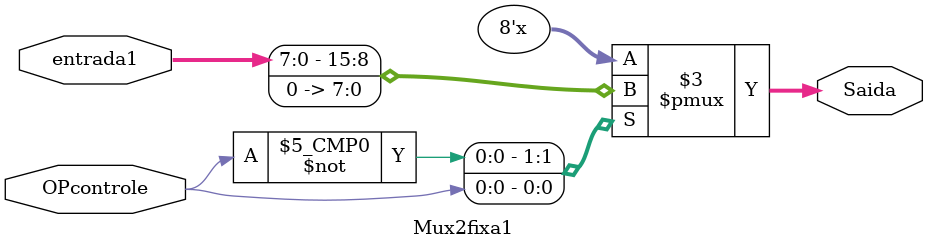
<source format=v>
module Mux2fixa1(entrada1,OPcontrole,Saida);


input wire[7:0]entrada1;
input wire OPcontrole;
output reg[7:0]Saida;

initial begin
Saida = 8'b00000000;
end

always @(*) begin

   case(OPcontrole)
   1'b0: Saida = entrada1;
   1'b1: Saida = 8'b00000000;
   endcase


   end


endmodule


</source>
